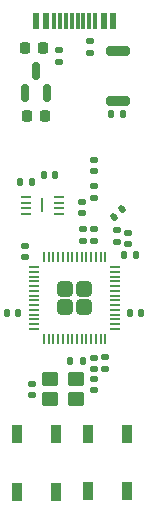
<source format=gbr>
%TF.GenerationSoftware,KiCad,Pcbnew,9.0.6*%
%TF.CreationDate,2025-12-14T11:18:03-08:00*%
%TF.ProjectId,devboard,64657662-6f61-4726-942e-6b696361645f,rev?*%
%TF.SameCoordinates,Original*%
%TF.FileFunction,Paste,Top*%
%TF.FilePolarity,Positive*%
%FSLAX46Y46*%
G04 Gerber Fmt 4.6, Leading zero omitted, Abs format (unit mm)*
G04 Created by KiCad (PCBNEW 9.0.6) date 2025-12-14 11:18:03*
%MOMM*%
%LPD*%
G01*
G04 APERTURE LIST*
G04 Aperture macros list*
%AMRoundRect*
0 Rectangle with rounded corners*
0 $1 Rounding radius*
0 $2 $3 $4 $5 $6 $7 $8 $9 X,Y pos of 4 corners*
0 Add a 4 corners polygon primitive as box body*
4,1,4,$2,$3,$4,$5,$6,$7,$8,$9,$2,$3,0*
0 Add four circle primitives for the rounded corners*
1,1,$1+$1,$2,$3*
1,1,$1+$1,$4,$5*
1,1,$1+$1,$6,$7*
1,1,$1+$1,$8,$9*
0 Add four rect primitives between the rounded corners*
20,1,$1+$1,$2,$3,$4,$5,0*
20,1,$1+$1,$4,$5,$6,$7,0*
20,1,$1+$1,$6,$7,$8,$9,0*
20,1,$1+$1,$8,$9,$2,$3,0*%
G04 Aperture macros list end*
%ADD10RoundRect,0.090000X-0.360000X0.660000X-0.360000X-0.660000X0.360000X-0.660000X0.360000X0.660000X0*%
%ADD11RoundRect,0.090000X0.360000X-0.660000X0.360000X0.660000X-0.360000X0.660000X-0.360000X-0.660000X0*%
%ADD12RoundRect,0.249999X-0.395001X-0.395001X0.395001X-0.395001X0.395001X0.395001X-0.395001X0.395001X0*%
%ADD13RoundRect,0.050000X-0.387500X-0.050000X0.387500X-0.050000X0.387500X0.050000X-0.387500X0.050000X0*%
%ADD14RoundRect,0.050000X-0.050000X-0.387500X0.050000X-0.387500X0.050000X0.387500X-0.050000X0.387500X0*%
%ADD15RoundRect,0.140000X0.021213X-0.219203X0.219203X-0.021213X-0.021213X0.219203X-0.219203X0.021213X0*%
%ADD16RoundRect,0.135000X0.135000X0.185000X-0.135000X0.185000X-0.135000X-0.185000X0.135000X-0.185000X0*%
%ADD17RoundRect,0.140000X0.170000X-0.140000X0.170000X0.140000X-0.170000X0.140000X-0.170000X-0.140000X0*%
%ADD18RoundRect,0.150000X0.150000X-0.587500X0.150000X0.587500X-0.150000X0.587500X-0.150000X-0.587500X0*%
%ADD19RoundRect,0.140000X-0.170000X0.140000X-0.170000X-0.140000X0.170000X-0.140000X0.170000X0.140000X0*%
%ADD20RoundRect,0.135000X-0.185000X0.135000X-0.185000X-0.135000X0.185000X-0.135000X0.185000X0.135000X0*%
%ADD21RoundRect,0.250000X-0.450000X-0.350000X0.450000X-0.350000X0.450000X0.350000X-0.450000X0.350000X0*%
%ADD22RoundRect,0.040000X-0.040000X-0.605000X0.040000X-0.605000X0.040000X0.605000X-0.040000X0.605000X0*%
%ADD23RoundRect,0.062500X-0.387500X-0.062500X0.387500X-0.062500X0.387500X0.062500X-0.387500X0.062500X0*%
%ADD24RoundRect,0.200000X-0.800000X0.200000X-0.800000X-0.200000X0.800000X-0.200000X0.800000X0.200000X0*%
%ADD25RoundRect,0.140000X-0.140000X-0.170000X0.140000X-0.170000X0.140000X0.170000X-0.140000X0.170000X0*%
%ADD26RoundRect,0.140000X0.140000X0.170000X-0.140000X0.170000X-0.140000X-0.170000X0.140000X-0.170000X0*%
%ADD27R,0.600000X1.450000*%
%ADD28R,0.300000X1.450000*%
%ADD29RoundRect,0.225000X0.225000X0.250000X-0.225000X0.250000X-0.225000X-0.250000X0.225000X-0.250000X0*%
G04 APERTURE END LIST*
D10*
%TO.C,D2*%
X80610000Y-97040000D03*
X77310000Y-97040000D03*
X77310000Y-101940000D03*
X80610000Y-101940000D03*
%TD*%
D11*
%TO.C,D1*%
X83340000Y-101900000D03*
X86640000Y-101900000D03*
X86640000Y-97000000D03*
X83340000Y-97000000D03*
%TD*%
D12*
%TO.C,U1*%
X81370000Y-84720000D03*
X81370000Y-86320000D03*
X82970000Y-84720000D03*
X82970000Y-86320000D03*
D13*
X78732500Y-82920000D03*
X78732500Y-83320000D03*
X78732500Y-83720000D03*
X78732500Y-84120000D03*
X78732500Y-84520000D03*
X78732500Y-84920000D03*
X78732500Y-85320000D03*
X78732500Y-85720000D03*
X78732500Y-86120000D03*
X78732500Y-86520000D03*
X78732500Y-86920000D03*
X78732500Y-87320000D03*
X78732500Y-87720000D03*
X78732500Y-88120000D03*
D14*
X79570000Y-88957500D03*
X79970000Y-88957500D03*
X80370000Y-88957500D03*
X80770000Y-88957500D03*
X81170000Y-88957500D03*
X81570000Y-88957500D03*
X81970000Y-88957500D03*
X82370000Y-88957500D03*
X82770000Y-88957500D03*
X83170000Y-88957500D03*
X83570000Y-88957500D03*
X83970000Y-88957500D03*
X84370000Y-88957500D03*
X84770000Y-88957500D03*
D13*
X85607500Y-88120000D03*
X85607500Y-87720000D03*
X85607500Y-87320000D03*
X85607500Y-86920000D03*
X85607500Y-86520000D03*
X85607500Y-86120000D03*
X85607500Y-85720000D03*
X85607500Y-85320000D03*
X85607500Y-84920000D03*
X85607500Y-84520000D03*
X85607500Y-84120000D03*
X85607500Y-83720000D03*
X85607500Y-83320000D03*
X85607500Y-82920000D03*
D14*
X84770000Y-82082500D03*
X84370000Y-82082500D03*
X83970000Y-82082500D03*
X83570000Y-82082500D03*
X83170000Y-82082500D03*
X82770000Y-82082500D03*
X82370000Y-82082500D03*
X81970000Y-82082500D03*
X81570000Y-82082500D03*
X81170000Y-82082500D03*
X80770000Y-82082500D03*
X80370000Y-82082500D03*
X79970000Y-82082500D03*
X79570000Y-82082500D03*
%TD*%
D15*
%TO.C,C10*%
X85510000Y-78660000D03*
X86188822Y-77981178D03*
%TD*%
D16*
%TO.C,R5*%
X82840000Y-90860000D03*
X81820000Y-90860000D03*
%TD*%
D17*
%TO.C,C4*%
X86680000Y-80940000D03*
X86680000Y-79980000D03*
%TD*%
D18*
%TO.C,U2*%
X77960000Y-68145000D03*
X79860000Y-68145000D03*
X78910000Y-66270000D03*
%TD*%
D19*
%TO.C,C11*%
X84740000Y-90550000D03*
X84740000Y-91510000D03*
%TD*%
D20*
%TO.C,R2*%
X80810000Y-64540000D03*
X80810000Y-65560000D03*
%TD*%
D21*
%TO.C,Y1*%
X82290000Y-94080000D03*
X80090000Y-94080000D03*
X80090000Y-92380000D03*
X82290000Y-92380000D03*
%TD*%
D22*
%TO.C,U3*%
X79440000Y-77687500D03*
D23*
X78015000Y-76937500D03*
X78015000Y-77437500D03*
X78015000Y-77937500D03*
X78015000Y-78437500D03*
X80865000Y-78437500D03*
X80865000Y-77937500D03*
X80865000Y-77437500D03*
X80865000Y-76937500D03*
%TD*%
D24*
%TO.C,SW1*%
X85830000Y-64600000D03*
X85830000Y-68800000D03*
%TD*%
D20*
%TO.C,R4*%
X83840000Y-79700000D03*
X83840000Y-80720000D03*
%TD*%
D25*
%TO.C,C8*%
X86390000Y-81910000D03*
X87350000Y-81910000D03*
%TD*%
D26*
%TO.C,C1*%
X80520000Y-75070000D03*
X79560000Y-75070000D03*
%TD*%
D17*
%TO.C,C3*%
X85720000Y-80740000D03*
X85720000Y-79780000D03*
%TD*%
%TO.C,C16*%
X83790000Y-93350000D03*
X83790000Y-92390000D03*
%TD*%
D19*
%TO.C,C15*%
X78540000Y-92790000D03*
X78540000Y-93750000D03*
%TD*%
D20*
%TO.C,R3*%
X82870000Y-79710000D03*
X82870000Y-80730000D03*
%TD*%
D19*
%TO.C,C9*%
X83780000Y-90560000D03*
X83780000Y-91520000D03*
%TD*%
D20*
%TO.C,R1*%
X83450000Y-63780000D03*
X83450000Y-64800000D03*
%TD*%
D27*
%TO.C,J1*%
X85420000Y-62065000D03*
X84620000Y-62065000D03*
D28*
X83420000Y-62065000D03*
X82420000Y-62065000D03*
X81920000Y-62065000D03*
X80920000Y-62065000D03*
D27*
X79720000Y-62065000D03*
X78920000Y-62065000D03*
X78920000Y-62065000D03*
X79720000Y-62065000D03*
D28*
X80420000Y-62065000D03*
X81420000Y-62065000D03*
X82920000Y-62065000D03*
X83920000Y-62065000D03*
D27*
X84620000Y-62065000D03*
X85420000Y-62065000D03*
%TD*%
D16*
%TO.C,R6*%
X78600000Y-75740000D03*
X77580000Y-75740000D03*
%TD*%
D17*
%TO.C,C7*%
X83800000Y-74770000D03*
X83800000Y-73810000D03*
%TD*%
D16*
%TO.C,R7*%
X86300000Y-69930000D03*
X85280000Y-69930000D03*
%TD*%
D26*
%TO.C,C5*%
X77390000Y-86810000D03*
X76430000Y-86810000D03*
%TD*%
D25*
%TO.C,C6*%
X86830000Y-86750000D03*
X87790000Y-86750000D03*
%TD*%
D17*
%TO.C,C17*%
X83780000Y-77030000D03*
X83780000Y-76070000D03*
%TD*%
%TO.C,C2*%
X77930000Y-82060000D03*
X77930000Y-81100000D03*
%TD*%
D29*
%TO.C,C14*%
X79690000Y-70090000D03*
X78140000Y-70090000D03*
%TD*%
D17*
%TO.C,C12*%
X82820000Y-78360000D03*
X82820000Y-77400000D03*
%TD*%
D29*
%TO.C,C13*%
X79525000Y-64360000D03*
X77975000Y-64360000D03*
%TD*%
M02*

</source>
